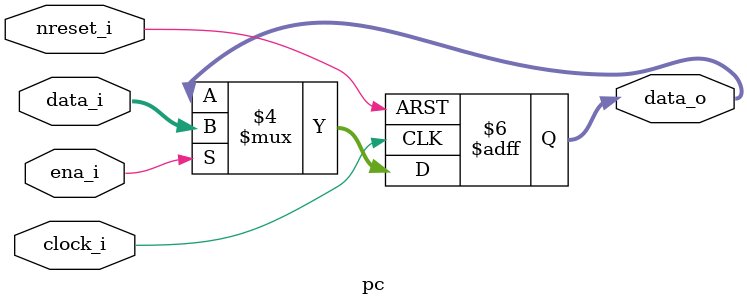
<source format=v>
`timescale 10 ns/100 ps

module pc
#(
	parameter ADDRRAM_WIDTH = 10
)
(
	clock_i,
	nreset_i,
	data_i,
	ena_i,
	data_o
);

input wire                     clock_i;
input wire                     nreset_i;
input wire                     ena_i;
input wire [ADDRRAM_WIDTH-1:0] data_i;
output reg [ADDRRAM_WIDTH-1:0] data_o; 

always @(posedge clock_i or negedge nreset_i)
begin
	if ( nreset_i == 1'b0 )
		data_o <= { ADDRRAM_WIDTH{1'b0} };
	else
		if ( ena_i == 1'b1 )
			data_o <= data_i;
end

endmodule

</source>
